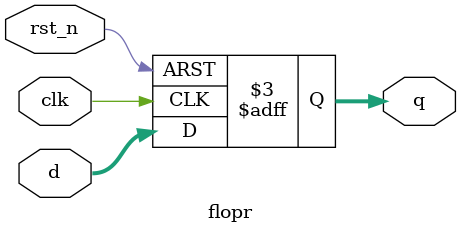
<source format=v>

module flopr#(parameter width =8)(
input wire clk, rst_n, 
input wire [width -1:0] d, 
output reg[width -1:0] q 
);

always @(posedge clk or negedge rst_n)

if (!rst_n) q <= 0;
else q <= d;

endmodule 
</source>
